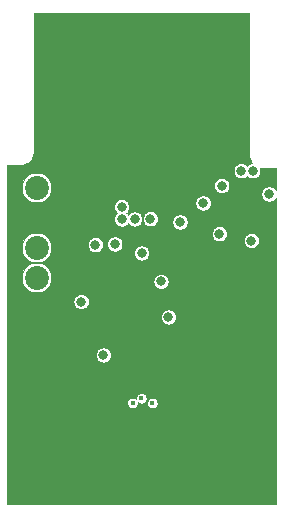
<source format=gbr>
%TF.GenerationSoftware,KiCad,Pcbnew,5.1.5-52549c5~84~ubuntu18.04.1*%
%TF.CreationDate,2020-03-03T14:54:20+01:00*%
%TF.ProjectId,HMC_RF_IPE,484d435f-5246-45f4-9950-452e6b696361,rev?*%
%TF.SameCoordinates,Original*%
%TF.FileFunction,Copper,L2,Inr*%
%TF.FilePolarity,Positive*%
%FSLAX46Y46*%
G04 Gerber Fmt 4.6, Leading zero omitted, Abs format (unit mm)*
G04 Created by KiCad (PCBNEW 5.1.5-52549c5~84~ubuntu18.04.1) date 2020-03-03 14:54:20*
%MOMM*%
%LPD*%
G04 APERTURE LIST*
%TA.AperFunction,ViaPad*%
%ADD10C,2.020000*%
%TD*%
%TA.AperFunction,ViaPad*%
%ADD11C,0.400000*%
%TD*%
%TA.AperFunction,ViaPad*%
%ADD12C,0.800000*%
%TD*%
%TA.AperFunction,Conductor*%
%ADD13C,0.100000*%
%TD*%
G04 APERTURE END LIST*
D10*
%TO.N,+5V*%
%TO.C,J1*%
X133513410Y-71773200D03*
%TO.N,GND*%
X133513410Y-74313200D03*
%TO.N,Net-(J1-Pad3)*%
X133513410Y-76853200D03*
%TO.N,Net-(J1-Pad4)*%
X133513410Y-79393200D03*
%TD*%
D11*
%TO.N,GND*%
X142383410Y-92253200D03*
D12*
X136853410Y-71583200D03*
D11*
X141033410Y-90753200D03*
D12*
X131798410Y-83848200D03*
X131853410Y-81338200D03*
X132948410Y-83848200D03*
X132953410Y-81368200D03*
X136163410Y-81348200D03*
X153055410Y-75939200D03*
D11*
X148099874Y-89843200D03*
X147118186Y-89843200D03*
X146136498Y-89843200D03*
X145333410Y-89823200D03*
X147939874Y-89213200D03*
X146958186Y-89213200D03*
X145976498Y-89213200D03*
X145173410Y-89193200D03*
X139259874Y-89793200D03*
X138278186Y-89793200D03*
X137296498Y-89793200D03*
X136493410Y-89773200D03*
X139789874Y-89203200D03*
X138808186Y-89203200D03*
X137826498Y-89203200D03*
X137023410Y-89183200D03*
X139799874Y-86943200D03*
X138818186Y-86943200D03*
X147839874Y-86863200D03*
X146858186Y-86863200D03*
X145876498Y-86863200D03*
X145073410Y-86843200D03*
X136106036Y-95023200D03*
X137057880Y-95023200D03*
X138009723Y-95023200D03*
X138961566Y-95023200D03*
X145636036Y-94943200D03*
X146587880Y-94943200D03*
X147539723Y-94943200D03*
X148491566Y-94943200D03*
X132336036Y-86123200D03*
X133287880Y-86123200D03*
X134239723Y-86123200D03*
X135191566Y-86123200D03*
X132196036Y-98273200D03*
X133147880Y-98273200D03*
X134099723Y-98273200D03*
X135051566Y-98273200D03*
X149786036Y-98273200D03*
X150737880Y-98273200D03*
X151689723Y-98273200D03*
X152641566Y-98273200D03*
X149836036Y-86173200D03*
X150787880Y-86173200D03*
X151739723Y-86173200D03*
X152691566Y-86173200D03*
X138752402Y-60523000D03*
X137921002Y-60523000D03*
X137089601Y-60523000D03*
X136258201Y-60523000D03*
X135426800Y-60523000D03*
X134595400Y-60523000D03*
X133764000Y-60523000D03*
X138742402Y-65563000D03*
X137911002Y-65563000D03*
X137079601Y-65563000D03*
X136248201Y-65563000D03*
X135416800Y-65563000D03*
X134585400Y-65563000D03*
X133754000Y-65563000D03*
X151202402Y-65643000D03*
X150371002Y-65643000D03*
X149539601Y-65643000D03*
X148708201Y-65643000D03*
X147876800Y-65643000D03*
X147045400Y-65643000D03*
X146214000Y-65643000D03*
X151212402Y-60403000D03*
X150381002Y-60403000D03*
X149549601Y-60403000D03*
X148718201Y-60403000D03*
X147886800Y-60403000D03*
X147055400Y-60403000D03*
X146224000Y-60403000D03*
X143773410Y-93483200D03*
X141023410Y-93483200D03*
X144813410Y-91223200D03*
X144813410Y-90523200D03*
X143783410Y-90753200D03*
X151506624Y-94935200D03*
X153470000Y-94935200D03*
X149543249Y-94935200D03*
X151536624Y-89779200D03*
X153500000Y-89779200D03*
X149573249Y-89779200D03*
X133280506Y-94965200D03*
X131376820Y-94965200D03*
X135184193Y-94965200D03*
X133240506Y-89779200D03*
X131336820Y-89779200D03*
X135144193Y-89779200D03*
X144733410Y-94933200D03*
X139913410Y-94973200D03*
X142387410Y-95497200D03*
X140863410Y-95497200D03*
X141616811Y-95517200D03*
X143149410Y-95497200D03*
X143911410Y-95497200D03*
X143911410Y-94735200D03*
X140863410Y-94043200D03*
X141963410Y-92713200D03*
X142793410Y-92723200D03*
X142793410Y-91863200D03*
X141973410Y-91873200D03*
X143149410Y-94735200D03*
X142387410Y-94735200D03*
X141616811Y-94755200D03*
X140863410Y-94735200D03*
X143923410Y-94053200D03*
X132328663Y-94203200D03*
X133280506Y-94203200D03*
X134232350Y-94203200D03*
X135184193Y-94203200D03*
X136136036Y-94203200D03*
X137087880Y-94203200D03*
X138039723Y-94203200D03*
X138991566Y-94203200D03*
X131376820Y-94203200D03*
X139943410Y-94203200D03*
X138961566Y-90543200D03*
X138009723Y-90543200D03*
X137057880Y-90543200D03*
X136106036Y-90543200D03*
X135154193Y-90543200D03*
X134202350Y-90543200D03*
X133250506Y-90543200D03*
X132298663Y-90543200D03*
X139913410Y-90543200D03*
X131346820Y-90543200D03*
X145616498Y-94173200D03*
X146598186Y-94173200D03*
X147579874Y-94173200D03*
X148561561Y-94173200D03*
X149543249Y-94173200D03*
X150524937Y-94173200D03*
X151506624Y-94173200D03*
X152488312Y-94173200D03*
X144744811Y-94193200D03*
X153470000Y-94173200D03*
X152488312Y-90543200D03*
X151506624Y-90543200D03*
X150524937Y-90543200D03*
X149543249Y-90543200D03*
X148561561Y-90543200D03*
X147579874Y-90543200D03*
X146598186Y-90543200D03*
X145616498Y-90543200D03*
X153470000Y-90543200D03*
X132328663Y-93503200D03*
X133280506Y-93503200D03*
X134232350Y-93503200D03*
X135184193Y-93503200D03*
X136136036Y-93503200D03*
X137087880Y-93503200D03*
X138039723Y-93503200D03*
X138991566Y-93503200D03*
X131376820Y-93503200D03*
X138961566Y-91243200D03*
X138009723Y-91243200D03*
X137057880Y-91243200D03*
X136106036Y-91243200D03*
X135154193Y-91243200D03*
X134202350Y-91243200D03*
X133250506Y-91243200D03*
X132298663Y-91243200D03*
X139913410Y-91243200D03*
X131346820Y-91243200D03*
X145616498Y-93473200D03*
X146598186Y-93473200D03*
X147579874Y-93473200D03*
X148561561Y-93473200D03*
X149543249Y-93473200D03*
X150524937Y-93473200D03*
X151506624Y-93473200D03*
X152488312Y-93473200D03*
X144744811Y-93493200D03*
X139943410Y-93503200D03*
X153470000Y-93473200D03*
X152488312Y-91243200D03*
X151506624Y-91243200D03*
X150524937Y-91243200D03*
X149543249Y-91243200D03*
X148561561Y-91243200D03*
X147579874Y-91243200D03*
X146598186Y-91243200D03*
X145616498Y-91243200D03*
X153470000Y-91243200D03*
X134585400Y-64893000D03*
X135416800Y-64893000D03*
X136248201Y-64893000D03*
X137079601Y-64893000D03*
X137911002Y-64893000D03*
X138742402Y-64893000D03*
X139573803Y-64893000D03*
X140405203Y-64893000D03*
X141236604Y-64893000D03*
X142068004Y-64893000D03*
X142899405Y-64893000D03*
X143730805Y-64893000D03*
X144562206Y-64893000D03*
X145393606Y-64893000D03*
X146225007Y-64893000D03*
X147056407Y-64893000D03*
X147887808Y-64893000D03*
X148719208Y-64893000D03*
X149550609Y-64893000D03*
X150382009Y-64893000D03*
X133754000Y-64893000D03*
X151213410Y-64893000D03*
X150382009Y-61203000D03*
X149550609Y-61203000D03*
X148719208Y-61203000D03*
X147887808Y-61203000D03*
X147056407Y-61203000D03*
X146225007Y-61203000D03*
X145393606Y-61203000D03*
X144562206Y-61203000D03*
X143730805Y-61203000D03*
X142899405Y-61203000D03*
X142068004Y-61203000D03*
X141236604Y-61203000D03*
X140405203Y-61203000D03*
X139573803Y-61203000D03*
X138742402Y-61203000D03*
X137911002Y-61203000D03*
X137079601Y-61203000D03*
X136248201Y-61203000D03*
X135416800Y-61203000D03*
X134585400Y-61203000D03*
X151213410Y-61203000D03*
X133754000Y-61203000D03*
X134585400Y-64193000D03*
X135416800Y-64193000D03*
X136248201Y-64193000D03*
X137079601Y-64193000D03*
X137911002Y-64193000D03*
X138742402Y-64193000D03*
X139573803Y-64193000D03*
X140405203Y-64193000D03*
X141236604Y-64193000D03*
X142068004Y-64193000D03*
X142899405Y-64193000D03*
X143730805Y-64193000D03*
X147056407Y-64193000D03*
X147887808Y-64193000D03*
X148719208Y-64193000D03*
X149550609Y-64193000D03*
X150382009Y-64193000D03*
X133754000Y-64193000D03*
X151213410Y-64193000D03*
X150382009Y-61903000D03*
X149550609Y-61903000D03*
X148719208Y-61903000D03*
X147887808Y-61903000D03*
X147056407Y-61903000D03*
X146225007Y-61903000D03*
X145393606Y-61903000D03*
X144562206Y-61903000D03*
X143730805Y-61903000D03*
X142899405Y-61903000D03*
X142068004Y-61903000D03*
X141236604Y-61903000D03*
X140405203Y-61903000D03*
X139573803Y-61903000D03*
X138742402Y-61903000D03*
X137911002Y-61903000D03*
X137079601Y-61903000D03*
X136248201Y-61903000D03*
X135416800Y-61903000D03*
X134585400Y-61903000D03*
X151213410Y-61903000D03*
X133754000Y-61903000D03*
X137836498Y-86943200D03*
X137033410Y-86923200D03*
D12*
X150515410Y-75685200D03*
X152963410Y-78930700D03*
X152963410Y-80768200D03*
X152963410Y-82605700D03*
X152963410Y-84443200D03*
X144163410Y-80853200D03*
X131683410Y-76843200D03*
X131673410Y-78163200D03*
X131623410Y-79773200D03*
X133583410Y-69903200D03*
X131873410Y-70383200D03*
X135103410Y-72623200D03*
X135143410Y-73773200D03*
X131783410Y-72603200D03*
X131753410Y-74873200D03*
X135303410Y-71233200D03*
X139273410Y-74333200D03*
X135021410Y-75177200D03*
X144673410Y-77717200D03*
X142641410Y-75939200D03*
D11*
X144562206Y-64193000D03*
X145393606Y-64193000D03*
X146225007Y-64193000D03*
D12*
%TO.N,VSS*%
X151703410Y-76263200D03*
%TO.N,Net-(C10-Pad1)*%
X138493410Y-76613200D03*
%TO.N,Net-(J1-Pad4)*%
X144053410Y-79723200D03*
%TO.N,Net-(J1-Pad3)*%
X142413410Y-77323200D03*
%TO.N,Net-(R2-Pad2)*%
X139173410Y-85948200D03*
%TO.N,Net-(R3-Pad2)*%
X148991410Y-75685200D03*
D11*
%TO.N,/Control/I*%
X142393410Y-89613200D03*
D12*
%TO.N,Net-(C11-Pad1)*%
X137293410Y-81433200D03*
X144683410Y-82740199D03*
%TO.N,Net-(C13-Pad1)*%
X140143410Y-76543200D03*
D11*
%TO.N,Net-(C14-Pad1)*%
X141643410Y-90003200D03*
D12*
%TO.N,GNDS*%
X141819410Y-74433200D03*
X150848410Y-70348200D03*
X151823410Y-70348200D03*
X143149410Y-74415200D03*
X140723410Y-73399200D03*
X140733410Y-74433200D03*
X149193410Y-71613200D03*
X145663410Y-74683200D03*
X153198410Y-72323200D03*
X147623410Y-73073200D03*
D11*
%TO.N,Net-(C17-Pad1)*%
X143323410Y-90023200D03*
%TD*%
D13*
%TO.N,GND*%
G36*
X151416467Y-57001563D02*
G01*
X151418005Y-57002029D01*
X151424422Y-57002661D01*
X151434009Y-57005457D01*
X151436566Y-57006436D01*
X151436672Y-57006523D01*
X151445304Y-57011137D01*
X151445831Y-57011779D01*
X151451450Y-57016390D01*
X151451981Y-57016935D01*
X151455295Y-57020870D01*
X151456058Y-57022044D01*
X151462476Y-57032236D01*
X151463190Y-57033546D01*
X151463359Y-57033924D01*
X151463442Y-57034196D01*
X151463581Y-57035605D01*
X151466282Y-57044509D01*
X151467410Y-57053533D01*
X151467411Y-68865692D01*
X151467376Y-68873294D01*
X151467986Y-68879822D01*
X151467887Y-68886380D01*
X151468075Y-68888465D01*
X151489177Y-69106037D01*
X151491803Y-69119374D01*
X151494244Y-69132751D01*
X151494833Y-69134761D01*
X151557792Y-69344089D01*
X151562964Y-69356675D01*
X151567952Y-69369310D01*
X151568920Y-69371167D01*
X151671340Y-69564281D01*
X151678849Y-69575609D01*
X151686204Y-69587048D01*
X151687514Y-69588682D01*
X151776642Y-69698200D01*
X151759391Y-69698200D01*
X151633812Y-69723179D01*
X151515520Y-69772178D01*
X151409059Y-69843312D01*
X151335910Y-69916461D01*
X151262761Y-69843312D01*
X151156300Y-69772178D01*
X151038008Y-69723179D01*
X150912429Y-69698200D01*
X150784391Y-69698200D01*
X150658812Y-69723179D01*
X150540520Y-69772178D01*
X150434059Y-69843312D01*
X150343522Y-69933849D01*
X150272388Y-70040310D01*
X150223389Y-70158602D01*
X150198410Y-70284181D01*
X150198410Y-70412219D01*
X150223389Y-70537798D01*
X150272388Y-70656090D01*
X150343522Y-70762551D01*
X150434059Y-70853088D01*
X150540520Y-70924222D01*
X150658812Y-70973221D01*
X150784391Y-70998200D01*
X150912429Y-70998200D01*
X151038008Y-70973221D01*
X151156300Y-70924222D01*
X151262761Y-70853088D01*
X151335910Y-70779939D01*
X151409059Y-70853088D01*
X151515520Y-70924222D01*
X151633812Y-70973221D01*
X151759391Y-70998200D01*
X151887429Y-70998200D01*
X152013008Y-70973221D01*
X152131300Y-70924222D01*
X152237761Y-70853088D01*
X152328298Y-70762551D01*
X152399432Y-70656090D01*
X152448431Y-70537798D01*
X152473410Y-70412219D01*
X152473410Y-70284181D01*
X152448431Y-70158602D01*
X152425186Y-70102485D01*
X152466531Y-70115331D01*
X152479859Y-70118081D01*
X152493122Y-70121012D01*
X152495203Y-70121248D01*
X152698458Y-70142827D01*
X152699001Y-70142992D01*
X152721045Y-70145163D01*
X153753410Y-70145195D01*
X153753410Y-71983848D01*
X153703298Y-71908849D01*
X153612761Y-71818312D01*
X153506300Y-71747178D01*
X153388008Y-71698179D01*
X153262429Y-71673200D01*
X153134391Y-71673200D01*
X153008812Y-71698179D01*
X152890520Y-71747178D01*
X152784059Y-71818312D01*
X152693522Y-71908849D01*
X152622388Y-72015310D01*
X152573389Y-72133602D01*
X152548410Y-72259181D01*
X152548410Y-72387219D01*
X152573389Y-72512798D01*
X152622388Y-72631090D01*
X152693522Y-72737551D01*
X152784059Y-72828088D01*
X152890520Y-72899222D01*
X153008812Y-72948221D01*
X153134391Y-72973200D01*
X153262429Y-72973200D01*
X153388008Y-72948221D01*
X153506300Y-72899222D01*
X153612761Y-72828088D01*
X153703298Y-72737551D01*
X153753410Y-72662552D01*
X153753411Y-98574200D01*
X131043410Y-98574200D01*
X131043410Y-89958879D01*
X141193410Y-89958879D01*
X141193410Y-90047521D01*
X141210704Y-90134460D01*
X141244625Y-90216355D01*
X141293872Y-90290058D01*
X141356552Y-90352738D01*
X141430255Y-90401985D01*
X141512150Y-90435906D01*
X141599089Y-90453200D01*
X141687731Y-90453200D01*
X141774670Y-90435906D01*
X141856565Y-90401985D01*
X141930268Y-90352738D01*
X141992948Y-90290058D01*
X142042195Y-90216355D01*
X142076116Y-90134460D01*
X142093410Y-90047521D01*
X142093410Y-89958879D01*
X142091105Y-89947291D01*
X142106552Y-89962738D01*
X142180255Y-90011985D01*
X142262150Y-90045906D01*
X142349089Y-90063200D01*
X142437731Y-90063200D01*
X142524670Y-90045906D01*
X142606565Y-90011985D01*
X142656111Y-89978879D01*
X142873410Y-89978879D01*
X142873410Y-90067521D01*
X142890704Y-90154460D01*
X142924625Y-90236355D01*
X142973872Y-90310058D01*
X143036552Y-90372738D01*
X143110255Y-90421985D01*
X143192150Y-90455906D01*
X143279089Y-90473200D01*
X143367731Y-90473200D01*
X143454670Y-90455906D01*
X143536565Y-90421985D01*
X143610268Y-90372738D01*
X143672948Y-90310058D01*
X143722195Y-90236355D01*
X143756116Y-90154460D01*
X143773410Y-90067521D01*
X143773410Y-89978879D01*
X143756116Y-89891940D01*
X143722195Y-89810045D01*
X143672948Y-89736342D01*
X143610268Y-89673662D01*
X143536565Y-89624415D01*
X143454670Y-89590494D01*
X143367731Y-89573200D01*
X143279089Y-89573200D01*
X143192150Y-89590494D01*
X143110255Y-89624415D01*
X143036552Y-89673662D01*
X142973872Y-89736342D01*
X142924625Y-89810045D01*
X142890704Y-89891940D01*
X142873410Y-89978879D01*
X142656111Y-89978879D01*
X142680268Y-89962738D01*
X142742948Y-89900058D01*
X142792195Y-89826355D01*
X142826116Y-89744460D01*
X142843410Y-89657521D01*
X142843410Y-89568879D01*
X142826116Y-89481940D01*
X142792195Y-89400045D01*
X142742948Y-89326342D01*
X142680268Y-89263662D01*
X142606565Y-89214415D01*
X142524670Y-89180494D01*
X142437731Y-89163200D01*
X142349089Y-89163200D01*
X142262150Y-89180494D01*
X142180255Y-89214415D01*
X142106552Y-89263662D01*
X142043872Y-89326342D01*
X141994625Y-89400045D01*
X141960704Y-89481940D01*
X141943410Y-89568879D01*
X141943410Y-89657521D01*
X141945715Y-89669109D01*
X141930268Y-89653662D01*
X141856565Y-89604415D01*
X141774670Y-89570494D01*
X141687731Y-89553200D01*
X141599089Y-89553200D01*
X141512150Y-89570494D01*
X141430255Y-89604415D01*
X141356552Y-89653662D01*
X141293872Y-89716342D01*
X141244625Y-89790045D01*
X141210704Y-89871940D01*
X141193410Y-89958879D01*
X131043410Y-89958879D01*
X131043410Y-85884181D01*
X138523410Y-85884181D01*
X138523410Y-86012219D01*
X138548389Y-86137798D01*
X138597388Y-86256090D01*
X138668522Y-86362551D01*
X138759059Y-86453088D01*
X138865520Y-86524222D01*
X138983812Y-86573221D01*
X139109391Y-86598200D01*
X139237429Y-86598200D01*
X139363008Y-86573221D01*
X139481300Y-86524222D01*
X139587761Y-86453088D01*
X139678298Y-86362551D01*
X139749432Y-86256090D01*
X139798431Y-86137798D01*
X139823410Y-86012219D01*
X139823410Y-85884181D01*
X139798431Y-85758602D01*
X139749432Y-85640310D01*
X139678298Y-85533849D01*
X139587761Y-85443312D01*
X139481300Y-85372178D01*
X139363008Y-85323179D01*
X139237429Y-85298200D01*
X139109391Y-85298200D01*
X138983812Y-85323179D01*
X138865520Y-85372178D01*
X138759059Y-85443312D01*
X138668522Y-85533849D01*
X138597388Y-85640310D01*
X138548389Y-85758602D01*
X138523410Y-85884181D01*
X131043410Y-85884181D01*
X131043410Y-82676180D01*
X144033410Y-82676180D01*
X144033410Y-82804218D01*
X144058389Y-82929797D01*
X144107388Y-83048089D01*
X144178522Y-83154550D01*
X144269059Y-83245087D01*
X144375520Y-83316221D01*
X144493812Y-83365220D01*
X144619391Y-83390199D01*
X144747429Y-83390199D01*
X144873008Y-83365220D01*
X144991300Y-83316221D01*
X145097761Y-83245087D01*
X145188298Y-83154550D01*
X145259432Y-83048089D01*
X145308431Y-82929797D01*
X145333410Y-82804218D01*
X145333410Y-82676180D01*
X145308431Y-82550601D01*
X145259432Y-82432309D01*
X145188298Y-82325848D01*
X145097761Y-82235311D01*
X144991300Y-82164177D01*
X144873008Y-82115178D01*
X144747429Y-82090199D01*
X144619391Y-82090199D01*
X144493812Y-82115178D01*
X144375520Y-82164177D01*
X144269059Y-82235311D01*
X144178522Y-82325848D01*
X144107388Y-82432309D01*
X144058389Y-82550601D01*
X144033410Y-82676180D01*
X131043410Y-82676180D01*
X131043410Y-81369181D01*
X136643410Y-81369181D01*
X136643410Y-81497219D01*
X136668389Y-81622798D01*
X136717388Y-81741090D01*
X136788522Y-81847551D01*
X136879059Y-81938088D01*
X136985520Y-82009222D01*
X137103812Y-82058221D01*
X137229391Y-82083200D01*
X137357429Y-82083200D01*
X137483008Y-82058221D01*
X137601300Y-82009222D01*
X137707761Y-81938088D01*
X137798298Y-81847551D01*
X137869432Y-81741090D01*
X137918431Y-81622798D01*
X137943410Y-81497219D01*
X137943410Y-81369181D01*
X137918431Y-81243602D01*
X137869432Y-81125310D01*
X137798298Y-81018849D01*
X137707761Y-80928312D01*
X137601300Y-80857178D01*
X137483008Y-80808179D01*
X137357429Y-80783200D01*
X137229391Y-80783200D01*
X137103812Y-80808179D01*
X136985520Y-80857178D01*
X136879059Y-80928312D01*
X136788522Y-81018849D01*
X136717388Y-81125310D01*
X136668389Y-81243602D01*
X136643410Y-81369181D01*
X131043410Y-81369181D01*
X131043410Y-79269101D01*
X132253410Y-79269101D01*
X132253410Y-79517299D01*
X132301831Y-79760729D01*
X132396812Y-79990034D01*
X132534704Y-80196403D01*
X132710207Y-80371906D01*
X132916576Y-80509798D01*
X133145881Y-80604779D01*
X133389311Y-80653200D01*
X133637509Y-80653200D01*
X133880939Y-80604779D01*
X134110244Y-80509798D01*
X134316613Y-80371906D01*
X134492116Y-80196403D01*
X134630008Y-79990034D01*
X134724989Y-79760729D01*
X134745188Y-79659181D01*
X143403410Y-79659181D01*
X143403410Y-79787219D01*
X143428389Y-79912798D01*
X143477388Y-80031090D01*
X143548522Y-80137551D01*
X143639059Y-80228088D01*
X143745520Y-80299222D01*
X143863812Y-80348221D01*
X143989391Y-80373200D01*
X144117429Y-80373200D01*
X144243008Y-80348221D01*
X144361300Y-80299222D01*
X144467761Y-80228088D01*
X144558298Y-80137551D01*
X144629432Y-80031090D01*
X144678431Y-79912798D01*
X144703410Y-79787219D01*
X144703410Y-79659181D01*
X144678431Y-79533602D01*
X144629432Y-79415310D01*
X144558298Y-79308849D01*
X144467761Y-79218312D01*
X144361300Y-79147178D01*
X144243008Y-79098179D01*
X144117429Y-79073200D01*
X143989391Y-79073200D01*
X143863812Y-79098179D01*
X143745520Y-79147178D01*
X143639059Y-79218312D01*
X143548522Y-79308849D01*
X143477388Y-79415310D01*
X143428389Y-79533602D01*
X143403410Y-79659181D01*
X134745188Y-79659181D01*
X134773410Y-79517299D01*
X134773410Y-79269101D01*
X134724989Y-79025671D01*
X134630008Y-78796366D01*
X134492116Y-78589997D01*
X134316613Y-78414494D01*
X134110244Y-78276602D01*
X133880939Y-78181621D01*
X133637509Y-78133200D01*
X133389311Y-78133200D01*
X133145881Y-78181621D01*
X132916576Y-78276602D01*
X132710207Y-78414494D01*
X132534704Y-78589997D01*
X132396812Y-78796366D01*
X132301831Y-79025671D01*
X132253410Y-79269101D01*
X131043410Y-79269101D01*
X131043410Y-76729101D01*
X132253410Y-76729101D01*
X132253410Y-76977299D01*
X132301831Y-77220729D01*
X132396812Y-77450034D01*
X132534704Y-77656403D01*
X132710207Y-77831906D01*
X132916576Y-77969798D01*
X133145881Y-78064779D01*
X133389311Y-78113200D01*
X133637509Y-78113200D01*
X133880939Y-78064779D01*
X134110244Y-77969798D01*
X134316613Y-77831906D01*
X134492116Y-77656403D01*
X134630008Y-77450034D01*
X134724989Y-77220729D01*
X134773410Y-76977299D01*
X134773410Y-76729101D01*
X134737622Y-76549181D01*
X137843410Y-76549181D01*
X137843410Y-76677219D01*
X137868389Y-76802798D01*
X137917388Y-76921090D01*
X137988522Y-77027551D01*
X138079059Y-77118088D01*
X138185520Y-77189222D01*
X138303812Y-77238221D01*
X138429391Y-77263200D01*
X138557429Y-77263200D01*
X138577634Y-77259181D01*
X141763410Y-77259181D01*
X141763410Y-77387219D01*
X141788389Y-77512798D01*
X141837388Y-77631090D01*
X141908522Y-77737551D01*
X141999059Y-77828088D01*
X142105520Y-77899222D01*
X142223812Y-77948221D01*
X142349391Y-77973200D01*
X142477429Y-77973200D01*
X142603008Y-77948221D01*
X142721300Y-77899222D01*
X142827761Y-77828088D01*
X142918298Y-77737551D01*
X142989432Y-77631090D01*
X143038431Y-77512798D01*
X143063410Y-77387219D01*
X143063410Y-77259181D01*
X143038431Y-77133602D01*
X142989432Y-77015310D01*
X142918298Y-76908849D01*
X142827761Y-76818312D01*
X142721300Y-76747178D01*
X142603008Y-76698179D01*
X142477429Y-76673200D01*
X142349391Y-76673200D01*
X142223812Y-76698179D01*
X142105520Y-76747178D01*
X141999059Y-76818312D01*
X141908522Y-76908849D01*
X141837388Y-77015310D01*
X141788389Y-77133602D01*
X141763410Y-77259181D01*
X138577634Y-77259181D01*
X138683008Y-77238221D01*
X138801300Y-77189222D01*
X138907761Y-77118088D01*
X138998298Y-77027551D01*
X139069432Y-76921090D01*
X139118431Y-76802798D01*
X139143410Y-76677219D01*
X139143410Y-76549181D01*
X139129487Y-76479181D01*
X139493410Y-76479181D01*
X139493410Y-76607219D01*
X139518389Y-76732798D01*
X139567388Y-76851090D01*
X139638522Y-76957551D01*
X139729059Y-77048088D01*
X139835520Y-77119222D01*
X139953812Y-77168221D01*
X140079391Y-77193200D01*
X140207429Y-77193200D01*
X140333008Y-77168221D01*
X140451300Y-77119222D01*
X140557761Y-77048088D01*
X140648298Y-76957551D01*
X140719432Y-76851090D01*
X140768431Y-76732798D01*
X140793410Y-76607219D01*
X140793410Y-76479181D01*
X140768431Y-76353602D01*
X140719432Y-76235310D01*
X140648298Y-76128849D01*
X140557761Y-76038312D01*
X140451300Y-75967178D01*
X140333008Y-75918179D01*
X140207429Y-75893200D01*
X140079391Y-75893200D01*
X139953812Y-75918179D01*
X139835520Y-75967178D01*
X139729059Y-76038312D01*
X139638522Y-76128849D01*
X139567388Y-76235310D01*
X139518389Y-76353602D01*
X139493410Y-76479181D01*
X139129487Y-76479181D01*
X139118431Y-76423602D01*
X139069432Y-76305310D01*
X138998298Y-76198849D01*
X138907761Y-76108312D01*
X138801300Y-76037178D01*
X138683008Y-75988179D01*
X138557429Y-75963200D01*
X138429391Y-75963200D01*
X138303812Y-75988179D01*
X138185520Y-76037178D01*
X138079059Y-76108312D01*
X137988522Y-76198849D01*
X137917388Y-76305310D01*
X137868389Y-76423602D01*
X137843410Y-76549181D01*
X134737622Y-76549181D01*
X134724989Y-76485671D01*
X134630008Y-76256366D01*
X134492116Y-76049997D01*
X134316613Y-75874494D01*
X134110244Y-75736602D01*
X133880939Y-75641621D01*
X133778180Y-75621181D01*
X148341410Y-75621181D01*
X148341410Y-75749219D01*
X148366389Y-75874798D01*
X148415388Y-75993090D01*
X148486522Y-76099551D01*
X148577059Y-76190088D01*
X148683520Y-76261222D01*
X148801812Y-76310221D01*
X148927391Y-76335200D01*
X149055429Y-76335200D01*
X149181008Y-76310221D01*
X149299300Y-76261222D01*
X149392152Y-76199181D01*
X151053410Y-76199181D01*
X151053410Y-76327219D01*
X151078389Y-76452798D01*
X151127388Y-76571090D01*
X151198522Y-76677551D01*
X151289059Y-76768088D01*
X151395520Y-76839222D01*
X151513812Y-76888221D01*
X151639391Y-76913200D01*
X151767429Y-76913200D01*
X151893008Y-76888221D01*
X152011300Y-76839222D01*
X152117761Y-76768088D01*
X152208298Y-76677551D01*
X152279432Y-76571090D01*
X152328431Y-76452798D01*
X152353410Y-76327219D01*
X152353410Y-76199181D01*
X152328431Y-76073602D01*
X152279432Y-75955310D01*
X152208298Y-75848849D01*
X152117761Y-75758312D01*
X152011300Y-75687178D01*
X151893008Y-75638179D01*
X151767429Y-75613200D01*
X151639391Y-75613200D01*
X151513812Y-75638179D01*
X151395520Y-75687178D01*
X151289059Y-75758312D01*
X151198522Y-75848849D01*
X151127388Y-75955310D01*
X151078389Y-76073602D01*
X151053410Y-76199181D01*
X149392152Y-76199181D01*
X149405761Y-76190088D01*
X149496298Y-76099551D01*
X149567432Y-75993090D01*
X149616431Y-75874798D01*
X149641410Y-75749219D01*
X149641410Y-75621181D01*
X149616431Y-75495602D01*
X149567432Y-75377310D01*
X149496298Y-75270849D01*
X149405761Y-75180312D01*
X149299300Y-75109178D01*
X149181008Y-75060179D01*
X149055429Y-75035200D01*
X148927391Y-75035200D01*
X148801812Y-75060179D01*
X148683520Y-75109178D01*
X148577059Y-75180312D01*
X148486522Y-75270849D01*
X148415388Y-75377310D01*
X148366389Y-75495602D01*
X148341410Y-75621181D01*
X133778180Y-75621181D01*
X133637509Y-75593200D01*
X133389311Y-75593200D01*
X133145881Y-75641621D01*
X132916576Y-75736602D01*
X132710207Y-75874494D01*
X132534704Y-76049997D01*
X132396812Y-76256366D01*
X132301831Y-76485671D01*
X132253410Y-76729101D01*
X131043410Y-76729101D01*
X131043410Y-73335181D01*
X140073410Y-73335181D01*
X140073410Y-73463219D01*
X140098389Y-73588798D01*
X140147388Y-73707090D01*
X140218522Y-73813551D01*
X140309059Y-73904088D01*
X140332186Y-73919541D01*
X140319059Y-73928312D01*
X140228522Y-74018849D01*
X140157388Y-74125310D01*
X140108389Y-74243602D01*
X140083410Y-74369181D01*
X140083410Y-74497219D01*
X140108389Y-74622798D01*
X140157388Y-74741090D01*
X140228522Y-74847551D01*
X140319059Y-74938088D01*
X140425520Y-75009222D01*
X140543812Y-75058221D01*
X140669391Y-75083200D01*
X140797429Y-75083200D01*
X140923008Y-75058221D01*
X141041300Y-75009222D01*
X141147761Y-74938088D01*
X141238298Y-74847551D01*
X141276410Y-74790512D01*
X141314522Y-74847551D01*
X141405059Y-74938088D01*
X141511520Y-75009222D01*
X141629812Y-75058221D01*
X141755391Y-75083200D01*
X141883429Y-75083200D01*
X142009008Y-75058221D01*
X142127300Y-75009222D01*
X142233761Y-74938088D01*
X142324298Y-74847551D01*
X142395432Y-74741090D01*
X142444431Y-74622798D01*
X142469410Y-74497219D01*
X142469410Y-74369181D01*
X142465830Y-74351181D01*
X142499410Y-74351181D01*
X142499410Y-74479219D01*
X142524389Y-74604798D01*
X142573388Y-74723090D01*
X142644522Y-74829551D01*
X142735059Y-74920088D01*
X142841520Y-74991222D01*
X142959812Y-75040221D01*
X143085391Y-75065200D01*
X143213429Y-75065200D01*
X143339008Y-75040221D01*
X143457300Y-74991222D01*
X143563761Y-74920088D01*
X143654298Y-74829551D01*
X143725432Y-74723090D01*
X143768473Y-74619181D01*
X145013410Y-74619181D01*
X145013410Y-74747219D01*
X145038389Y-74872798D01*
X145087388Y-74991090D01*
X145158522Y-75097551D01*
X145249059Y-75188088D01*
X145355520Y-75259222D01*
X145473812Y-75308221D01*
X145599391Y-75333200D01*
X145727429Y-75333200D01*
X145853008Y-75308221D01*
X145971300Y-75259222D01*
X146077761Y-75188088D01*
X146168298Y-75097551D01*
X146239432Y-74991090D01*
X146288431Y-74872798D01*
X146313410Y-74747219D01*
X146313410Y-74619181D01*
X146288431Y-74493602D01*
X146239432Y-74375310D01*
X146168298Y-74268849D01*
X146077761Y-74178312D01*
X145971300Y-74107178D01*
X145853008Y-74058179D01*
X145727429Y-74033200D01*
X145599391Y-74033200D01*
X145473812Y-74058179D01*
X145355520Y-74107178D01*
X145249059Y-74178312D01*
X145158522Y-74268849D01*
X145087388Y-74375310D01*
X145038389Y-74493602D01*
X145013410Y-74619181D01*
X143768473Y-74619181D01*
X143774431Y-74604798D01*
X143799410Y-74479219D01*
X143799410Y-74351181D01*
X143774431Y-74225602D01*
X143725432Y-74107310D01*
X143654298Y-74000849D01*
X143563761Y-73910312D01*
X143457300Y-73839178D01*
X143339008Y-73790179D01*
X143213429Y-73765200D01*
X143085391Y-73765200D01*
X142959812Y-73790179D01*
X142841520Y-73839178D01*
X142735059Y-73910312D01*
X142644522Y-74000849D01*
X142573388Y-74107310D01*
X142524389Y-74225602D01*
X142499410Y-74351181D01*
X142465830Y-74351181D01*
X142444431Y-74243602D01*
X142395432Y-74125310D01*
X142324298Y-74018849D01*
X142233761Y-73928312D01*
X142127300Y-73857178D01*
X142009008Y-73808179D01*
X141883429Y-73783200D01*
X141755391Y-73783200D01*
X141629812Y-73808179D01*
X141511520Y-73857178D01*
X141405059Y-73928312D01*
X141314522Y-74018849D01*
X141276410Y-74075888D01*
X141238298Y-74018849D01*
X141147761Y-73928312D01*
X141124634Y-73912859D01*
X141137761Y-73904088D01*
X141228298Y-73813551D01*
X141299432Y-73707090D01*
X141348431Y-73588798D01*
X141373410Y-73463219D01*
X141373410Y-73335181D01*
X141348431Y-73209602D01*
X141299432Y-73091310D01*
X141244556Y-73009181D01*
X146973410Y-73009181D01*
X146973410Y-73137219D01*
X146998389Y-73262798D01*
X147047388Y-73381090D01*
X147118522Y-73487551D01*
X147209059Y-73578088D01*
X147315520Y-73649222D01*
X147433812Y-73698221D01*
X147559391Y-73723200D01*
X147687429Y-73723200D01*
X147813008Y-73698221D01*
X147931300Y-73649222D01*
X148037761Y-73578088D01*
X148128298Y-73487551D01*
X148199432Y-73381090D01*
X148248431Y-73262798D01*
X148273410Y-73137219D01*
X148273410Y-73009181D01*
X148248431Y-72883602D01*
X148199432Y-72765310D01*
X148128298Y-72658849D01*
X148037761Y-72568312D01*
X147931300Y-72497178D01*
X147813008Y-72448179D01*
X147687429Y-72423200D01*
X147559391Y-72423200D01*
X147433812Y-72448179D01*
X147315520Y-72497178D01*
X147209059Y-72568312D01*
X147118522Y-72658849D01*
X147047388Y-72765310D01*
X146998389Y-72883602D01*
X146973410Y-73009181D01*
X141244556Y-73009181D01*
X141228298Y-72984849D01*
X141137761Y-72894312D01*
X141031300Y-72823178D01*
X140913008Y-72774179D01*
X140787429Y-72749200D01*
X140659391Y-72749200D01*
X140533812Y-72774179D01*
X140415520Y-72823178D01*
X140309059Y-72894312D01*
X140218522Y-72984849D01*
X140147388Y-73091310D01*
X140098389Y-73209602D01*
X140073410Y-73335181D01*
X131043410Y-73335181D01*
X131043410Y-71649101D01*
X132253410Y-71649101D01*
X132253410Y-71897299D01*
X132301831Y-72140729D01*
X132396812Y-72370034D01*
X132534704Y-72576403D01*
X132710207Y-72751906D01*
X132916576Y-72889798D01*
X133145881Y-72984779D01*
X133389311Y-73033200D01*
X133637509Y-73033200D01*
X133880939Y-72984779D01*
X134110244Y-72889798D01*
X134316613Y-72751906D01*
X134492116Y-72576403D01*
X134630008Y-72370034D01*
X134724989Y-72140729D01*
X134773410Y-71897299D01*
X134773410Y-71649101D01*
X134753535Y-71549181D01*
X148543410Y-71549181D01*
X148543410Y-71677219D01*
X148568389Y-71802798D01*
X148617388Y-71921090D01*
X148688522Y-72027551D01*
X148779059Y-72118088D01*
X148885520Y-72189222D01*
X149003812Y-72238221D01*
X149129391Y-72263200D01*
X149257429Y-72263200D01*
X149383008Y-72238221D01*
X149501300Y-72189222D01*
X149607761Y-72118088D01*
X149698298Y-72027551D01*
X149769432Y-71921090D01*
X149818431Y-71802798D01*
X149843410Y-71677219D01*
X149843410Y-71549181D01*
X149818431Y-71423602D01*
X149769432Y-71305310D01*
X149698298Y-71198849D01*
X149607761Y-71108312D01*
X149501300Y-71037178D01*
X149383008Y-70988179D01*
X149257429Y-70963200D01*
X149129391Y-70963200D01*
X149003812Y-70988179D01*
X148885520Y-71037178D01*
X148779059Y-71108312D01*
X148688522Y-71198849D01*
X148617388Y-71305310D01*
X148568389Y-71423602D01*
X148543410Y-71549181D01*
X134753535Y-71549181D01*
X134724989Y-71405671D01*
X134630008Y-71176366D01*
X134492116Y-70969997D01*
X134316613Y-70794494D01*
X134110244Y-70656602D01*
X133880939Y-70561621D01*
X133637509Y-70513200D01*
X133389311Y-70513200D01*
X133145881Y-70561621D01*
X132916576Y-70656602D01*
X132710207Y-70794494D01*
X132534704Y-70969997D01*
X132396812Y-71176366D01*
X132301831Y-71405671D01*
X132253410Y-71649101D01*
X131043410Y-71649101D01*
X131043410Y-69887195D01*
X132049992Y-69887163D01*
X132057540Y-69887198D01*
X132064068Y-69886588D01*
X132070626Y-69886687D01*
X132072711Y-69886499D01*
X132290283Y-69865397D01*
X132303620Y-69862771D01*
X132316997Y-69860330D01*
X132319007Y-69859741D01*
X132528335Y-69796782D01*
X132540921Y-69791610D01*
X132553556Y-69786622D01*
X132555413Y-69785654D01*
X132748527Y-69683234D01*
X132759855Y-69675725D01*
X132771294Y-69668370D01*
X132772928Y-69667060D01*
X132942471Y-69529082D01*
X132952168Y-69519472D01*
X132961917Y-69510077D01*
X132963265Y-69508475D01*
X133102779Y-69340193D01*
X133110416Y-69328896D01*
X133118163Y-69317774D01*
X133119174Y-69315940D01*
X133223344Y-69123766D01*
X133228635Y-69111217D01*
X133234081Y-69098786D01*
X133234717Y-69096791D01*
X133299577Y-68888043D01*
X133302327Y-68874715D01*
X133305258Y-68861452D01*
X133305494Y-68859371D01*
X133327073Y-68656115D01*
X133327239Y-68655569D01*
X133329410Y-68633525D01*
X133329410Y-57055164D01*
X133329772Y-57052143D01*
X133330239Y-57050605D01*
X133330871Y-57044188D01*
X133333667Y-57034601D01*
X133334646Y-57032044D01*
X133334733Y-57031938D01*
X133339347Y-57023306D01*
X133339989Y-57022779D01*
X133344602Y-57017158D01*
X133345141Y-57016632D01*
X133349073Y-57013321D01*
X133350247Y-57012557D01*
X133360489Y-57006110D01*
X133361750Y-57005423D01*
X133362139Y-57005249D01*
X133362406Y-57005168D01*
X133363815Y-57005029D01*
X133372719Y-57002328D01*
X133381743Y-57001200D01*
X151413446Y-57001200D01*
X151416467Y-57001563D01*
G37*
X151416467Y-57001563D02*
X151418005Y-57002029D01*
X151424422Y-57002661D01*
X151434009Y-57005457D01*
X151436566Y-57006436D01*
X151436672Y-57006523D01*
X151445304Y-57011137D01*
X151445831Y-57011779D01*
X151451450Y-57016390D01*
X151451981Y-57016935D01*
X151455295Y-57020870D01*
X151456058Y-57022044D01*
X151462476Y-57032236D01*
X151463190Y-57033546D01*
X151463359Y-57033924D01*
X151463442Y-57034196D01*
X151463581Y-57035605D01*
X151466282Y-57044509D01*
X151467410Y-57053533D01*
X151467411Y-68865692D01*
X151467376Y-68873294D01*
X151467986Y-68879822D01*
X151467887Y-68886380D01*
X151468075Y-68888465D01*
X151489177Y-69106037D01*
X151491803Y-69119374D01*
X151494244Y-69132751D01*
X151494833Y-69134761D01*
X151557792Y-69344089D01*
X151562964Y-69356675D01*
X151567952Y-69369310D01*
X151568920Y-69371167D01*
X151671340Y-69564281D01*
X151678849Y-69575609D01*
X151686204Y-69587048D01*
X151687514Y-69588682D01*
X151776642Y-69698200D01*
X151759391Y-69698200D01*
X151633812Y-69723179D01*
X151515520Y-69772178D01*
X151409059Y-69843312D01*
X151335910Y-69916461D01*
X151262761Y-69843312D01*
X151156300Y-69772178D01*
X151038008Y-69723179D01*
X150912429Y-69698200D01*
X150784391Y-69698200D01*
X150658812Y-69723179D01*
X150540520Y-69772178D01*
X150434059Y-69843312D01*
X150343522Y-69933849D01*
X150272388Y-70040310D01*
X150223389Y-70158602D01*
X150198410Y-70284181D01*
X150198410Y-70412219D01*
X150223389Y-70537798D01*
X150272388Y-70656090D01*
X150343522Y-70762551D01*
X150434059Y-70853088D01*
X150540520Y-70924222D01*
X150658812Y-70973221D01*
X150784391Y-70998200D01*
X150912429Y-70998200D01*
X151038008Y-70973221D01*
X151156300Y-70924222D01*
X151262761Y-70853088D01*
X151335910Y-70779939D01*
X151409059Y-70853088D01*
X151515520Y-70924222D01*
X151633812Y-70973221D01*
X151759391Y-70998200D01*
X151887429Y-70998200D01*
X152013008Y-70973221D01*
X152131300Y-70924222D01*
X152237761Y-70853088D01*
X152328298Y-70762551D01*
X152399432Y-70656090D01*
X152448431Y-70537798D01*
X152473410Y-70412219D01*
X152473410Y-70284181D01*
X152448431Y-70158602D01*
X152425186Y-70102485D01*
X152466531Y-70115331D01*
X152479859Y-70118081D01*
X152493122Y-70121012D01*
X152495203Y-70121248D01*
X152698458Y-70142827D01*
X152699001Y-70142992D01*
X152721045Y-70145163D01*
X153753410Y-70145195D01*
X153753410Y-71983848D01*
X153703298Y-71908849D01*
X153612761Y-71818312D01*
X153506300Y-71747178D01*
X153388008Y-71698179D01*
X153262429Y-71673200D01*
X153134391Y-71673200D01*
X153008812Y-71698179D01*
X152890520Y-71747178D01*
X152784059Y-71818312D01*
X152693522Y-71908849D01*
X152622388Y-72015310D01*
X152573389Y-72133602D01*
X152548410Y-72259181D01*
X152548410Y-72387219D01*
X152573389Y-72512798D01*
X152622388Y-72631090D01*
X152693522Y-72737551D01*
X152784059Y-72828088D01*
X152890520Y-72899222D01*
X153008812Y-72948221D01*
X153134391Y-72973200D01*
X153262429Y-72973200D01*
X153388008Y-72948221D01*
X153506300Y-72899222D01*
X153612761Y-72828088D01*
X153703298Y-72737551D01*
X153753410Y-72662552D01*
X153753411Y-98574200D01*
X131043410Y-98574200D01*
X131043410Y-89958879D01*
X141193410Y-89958879D01*
X141193410Y-90047521D01*
X141210704Y-90134460D01*
X141244625Y-90216355D01*
X141293872Y-90290058D01*
X141356552Y-90352738D01*
X141430255Y-90401985D01*
X141512150Y-90435906D01*
X141599089Y-90453200D01*
X141687731Y-90453200D01*
X141774670Y-90435906D01*
X141856565Y-90401985D01*
X141930268Y-90352738D01*
X141992948Y-90290058D01*
X142042195Y-90216355D01*
X142076116Y-90134460D01*
X142093410Y-90047521D01*
X142093410Y-89958879D01*
X142091105Y-89947291D01*
X142106552Y-89962738D01*
X142180255Y-90011985D01*
X142262150Y-90045906D01*
X142349089Y-90063200D01*
X142437731Y-90063200D01*
X142524670Y-90045906D01*
X142606565Y-90011985D01*
X142656111Y-89978879D01*
X142873410Y-89978879D01*
X142873410Y-90067521D01*
X142890704Y-90154460D01*
X142924625Y-90236355D01*
X142973872Y-90310058D01*
X143036552Y-90372738D01*
X143110255Y-90421985D01*
X143192150Y-90455906D01*
X143279089Y-90473200D01*
X143367731Y-90473200D01*
X143454670Y-90455906D01*
X143536565Y-90421985D01*
X143610268Y-90372738D01*
X143672948Y-90310058D01*
X143722195Y-90236355D01*
X143756116Y-90154460D01*
X143773410Y-90067521D01*
X143773410Y-89978879D01*
X143756116Y-89891940D01*
X143722195Y-89810045D01*
X143672948Y-89736342D01*
X143610268Y-89673662D01*
X143536565Y-89624415D01*
X143454670Y-89590494D01*
X143367731Y-89573200D01*
X143279089Y-89573200D01*
X143192150Y-89590494D01*
X143110255Y-89624415D01*
X143036552Y-89673662D01*
X142973872Y-89736342D01*
X142924625Y-89810045D01*
X142890704Y-89891940D01*
X142873410Y-89978879D01*
X142656111Y-89978879D01*
X142680268Y-89962738D01*
X142742948Y-89900058D01*
X142792195Y-89826355D01*
X142826116Y-89744460D01*
X142843410Y-89657521D01*
X142843410Y-89568879D01*
X142826116Y-89481940D01*
X142792195Y-89400045D01*
X142742948Y-89326342D01*
X142680268Y-89263662D01*
X142606565Y-89214415D01*
X142524670Y-89180494D01*
X142437731Y-89163200D01*
X142349089Y-89163200D01*
X142262150Y-89180494D01*
X142180255Y-89214415D01*
X142106552Y-89263662D01*
X142043872Y-89326342D01*
X141994625Y-89400045D01*
X141960704Y-89481940D01*
X141943410Y-89568879D01*
X141943410Y-89657521D01*
X141945715Y-89669109D01*
X141930268Y-89653662D01*
X141856565Y-89604415D01*
X141774670Y-89570494D01*
X141687731Y-89553200D01*
X141599089Y-89553200D01*
X141512150Y-89570494D01*
X141430255Y-89604415D01*
X141356552Y-89653662D01*
X141293872Y-89716342D01*
X141244625Y-89790045D01*
X141210704Y-89871940D01*
X141193410Y-89958879D01*
X131043410Y-89958879D01*
X131043410Y-85884181D01*
X138523410Y-85884181D01*
X138523410Y-86012219D01*
X138548389Y-86137798D01*
X138597388Y-86256090D01*
X138668522Y-86362551D01*
X138759059Y-86453088D01*
X138865520Y-86524222D01*
X138983812Y-86573221D01*
X139109391Y-86598200D01*
X139237429Y-86598200D01*
X139363008Y-86573221D01*
X139481300Y-86524222D01*
X139587761Y-86453088D01*
X139678298Y-86362551D01*
X139749432Y-86256090D01*
X139798431Y-86137798D01*
X139823410Y-86012219D01*
X139823410Y-85884181D01*
X139798431Y-85758602D01*
X139749432Y-85640310D01*
X139678298Y-85533849D01*
X139587761Y-85443312D01*
X139481300Y-85372178D01*
X139363008Y-85323179D01*
X139237429Y-85298200D01*
X139109391Y-85298200D01*
X138983812Y-85323179D01*
X138865520Y-85372178D01*
X138759059Y-85443312D01*
X138668522Y-85533849D01*
X138597388Y-85640310D01*
X138548389Y-85758602D01*
X138523410Y-85884181D01*
X131043410Y-85884181D01*
X131043410Y-82676180D01*
X144033410Y-82676180D01*
X144033410Y-82804218D01*
X144058389Y-82929797D01*
X144107388Y-83048089D01*
X144178522Y-83154550D01*
X144269059Y-83245087D01*
X144375520Y-83316221D01*
X144493812Y-83365220D01*
X144619391Y-83390199D01*
X144747429Y-83390199D01*
X144873008Y-83365220D01*
X144991300Y-83316221D01*
X145097761Y-83245087D01*
X145188298Y-83154550D01*
X145259432Y-83048089D01*
X145308431Y-82929797D01*
X145333410Y-82804218D01*
X145333410Y-82676180D01*
X145308431Y-82550601D01*
X145259432Y-82432309D01*
X145188298Y-82325848D01*
X145097761Y-82235311D01*
X144991300Y-82164177D01*
X144873008Y-82115178D01*
X144747429Y-82090199D01*
X144619391Y-82090199D01*
X144493812Y-82115178D01*
X144375520Y-82164177D01*
X144269059Y-82235311D01*
X144178522Y-82325848D01*
X144107388Y-82432309D01*
X144058389Y-82550601D01*
X144033410Y-82676180D01*
X131043410Y-82676180D01*
X131043410Y-81369181D01*
X136643410Y-81369181D01*
X136643410Y-81497219D01*
X136668389Y-81622798D01*
X136717388Y-81741090D01*
X136788522Y-81847551D01*
X136879059Y-81938088D01*
X136985520Y-82009222D01*
X137103812Y-82058221D01*
X137229391Y-82083200D01*
X137357429Y-82083200D01*
X137483008Y-82058221D01*
X137601300Y-82009222D01*
X137707761Y-81938088D01*
X137798298Y-81847551D01*
X137869432Y-81741090D01*
X137918431Y-81622798D01*
X137943410Y-81497219D01*
X137943410Y-81369181D01*
X137918431Y-81243602D01*
X137869432Y-81125310D01*
X137798298Y-81018849D01*
X137707761Y-80928312D01*
X137601300Y-80857178D01*
X137483008Y-80808179D01*
X137357429Y-80783200D01*
X137229391Y-80783200D01*
X137103812Y-80808179D01*
X136985520Y-80857178D01*
X136879059Y-80928312D01*
X136788522Y-81018849D01*
X136717388Y-81125310D01*
X136668389Y-81243602D01*
X136643410Y-81369181D01*
X131043410Y-81369181D01*
X131043410Y-79269101D01*
X132253410Y-79269101D01*
X132253410Y-79517299D01*
X132301831Y-79760729D01*
X132396812Y-79990034D01*
X132534704Y-80196403D01*
X132710207Y-80371906D01*
X132916576Y-80509798D01*
X133145881Y-80604779D01*
X133389311Y-80653200D01*
X133637509Y-80653200D01*
X133880939Y-80604779D01*
X134110244Y-80509798D01*
X134316613Y-80371906D01*
X134492116Y-80196403D01*
X134630008Y-79990034D01*
X134724989Y-79760729D01*
X134745188Y-79659181D01*
X143403410Y-79659181D01*
X143403410Y-79787219D01*
X143428389Y-79912798D01*
X143477388Y-80031090D01*
X143548522Y-80137551D01*
X143639059Y-80228088D01*
X143745520Y-80299222D01*
X143863812Y-80348221D01*
X143989391Y-80373200D01*
X144117429Y-80373200D01*
X144243008Y-80348221D01*
X144361300Y-80299222D01*
X144467761Y-80228088D01*
X144558298Y-80137551D01*
X144629432Y-80031090D01*
X144678431Y-79912798D01*
X144703410Y-79787219D01*
X144703410Y-79659181D01*
X144678431Y-79533602D01*
X144629432Y-79415310D01*
X144558298Y-79308849D01*
X144467761Y-79218312D01*
X144361300Y-79147178D01*
X144243008Y-79098179D01*
X144117429Y-79073200D01*
X143989391Y-79073200D01*
X143863812Y-79098179D01*
X143745520Y-79147178D01*
X143639059Y-79218312D01*
X143548522Y-79308849D01*
X143477388Y-79415310D01*
X143428389Y-79533602D01*
X143403410Y-79659181D01*
X134745188Y-79659181D01*
X134773410Y-79517299D01*
X134773410Y-79269101D01*
X134724989Y-79025671D01*
X134630008Y-78796366D01*
X134492116Y-78589997D01*
X134316613Y-78414494D01*
X134110244Y-78276602D01*
X133880939Y-78181621D01*
X133637509Y-78133200D01*
X133389311Y-78133200D01*
X133145881Y-78181621D01*
X132916576Y-78276602D01*
X132710207Y-78414494D01*
X132534704Y-78589997D01*
X132396812Y-78796366D01*
X132301831Y-79025671D01*
X132253410Y-79269101D01*
X131043410Y-79269101D01*
X131043410Y-76729101D01*
X132253410Y-76729101D01*
X132253410Y-76977299D01*
X132301831Y-77220729D01*
X132396812Y-77450034D01*
X132534704Y-77656403D01*
X132710207Y-77831906D01*
X132916576Y-77969798D01*
X133145881Y-78064779D01*
X133389311Y-78113200D01*
X133637509Y-78113200D01*
X133880939Y-78064779D01*
X134110244Y-77969798D01*
X134316613Y-77831906D01*
X134492116Y-77656403D01*
X134630008Y-77450034D01*
X134724989Y-77220729D01*
X134773410Y-76977299D01*
X134773410Y-76729101D01*
X134737622Y-76549181D01*
X137843410Y-76549181D01*
X137843410Y-76677219D01*
X137868389Y-76802798D01*
X137917388Y-76921090D01*
X137988522Y-77027551D01*
X138079059Y-77118088D01*
X138185520Y-77189222D01*
X138303812Y-77238221D01*
X138429391Y-77263200D01*
X138557429Y-77263200D01*
X138577634Y-77259181D01*
X141763410Y-77259181D01*
X141763410Y-77387219D01*
X141788389Y-77512798D01*
X141837388Y-77631090D01*
X141908522Y-77737551D01*
X141999059Y-77828088D01*
X142105520Y-77899222D01*
X142223812Y-77948221D01*
X142349391Y-77973200D01*
X142477429Y-77973200D01*
X142603008Y-77948221D01*
X142721300Y-77899222D01*
X142827761Y-77828088D01*
X142918298Y-77737551D01*
X142989432Y-77631090D01*
X143038431Y-77512798D01*
X143063410Y-77387219D01*
X143063410Y-77259181D01*
X143038431Y-77133602D01*
X142989432Y-77015310D01*
X142918298Y-76908849D01*
X142827761Y-76818312D01*
X142721300Y-76747178D01*
X142603008Y-76698179D01*
X142477429Y-76673200D01*
X142349391Y-76673200D01*
X142223812Y-76698179D01*
X142105520Y-76747178D01*
X141999059Y-76818312D01*
X141908522Y-76908849D01*
X141837388Y-77015310D01*
X141788389Y-77133602D01*
X141763410Y-77259181D01*
X138577634Y-77259181D01*
X138683008Y-77238221D01*
X138801300Y-77189222D01*
X138907761Y-77118088D01*
X138998298Y-77027551D01*
X139069432Y-76921090D01*
X139118431Y-76802798D01*
X139143410Y-76677219D01*
X139143410Y-76549181D01*
X139129487Y-76479181D01*
X139493410Y-76479181D01*
X139493410Y-76607219D01*
X139518389Y-76732798D01*
X139567388Y-76851090D01*
X139638522Y-76957551D01*
X139729059Y-77048088D01*
X139835520Y-77119222D01*
X139953812Y-77168221D01*
X140079391Y-77193200D01*
X140207429Y-77193200D01*
X140333008Y-77168221D01*
X140451300Y-77119222D01*
X140557761Y-77048088D01*
X140648298Y-76957551D01*
X140719432Y-76851090D01*
X140768431Y-76732798D01*
X140793410Y-76607219D01*
X140793410Y-76479181D01*
X140768431Y-76353602D01*
X140719432Y-76235310D01*
X140648298Y-76128849D01*
X140557761Y-76038312D01*
X140451300Y-75967178D01*
X140333008Y-75918179D01*
X140207429Y-75893200D01*
X140079391Y-75893200D01*
X139953812Y-75918179D01*
X139835520Y-75967178D01*
X139729059Y-76038312D01*
X139638522Y-76128849D01*
X139567388Y-76235310D01*
X139518389Y-76353602D01*
X139493410Y-76479181D01*
X139129487Y-76479181D01*
X139118431Y-76423602D01*
X139069432Y-76305310D01*
X138998298Y-76198849D01*
X138907761Y-76108312D01*
X138801300Y-76037178D01*
X138683008Y-75988179D01*
X138557429Y-75963200D01*
X138429391Y-75963200D01*
X138303812Y-75988179D01*
X138185520Y-76037178D01*
X138079059Y-76108312D01*
X137988522Y-76198849D01*
X137917388Y-76305310D01*
X137868389Y-76423602D01*
X137843410Y-76549181D01*
X134737622Y-76549181D01*
X134724989Y-76485671D01*
X134630008Y-76256366D01*
X134492116Y-76049997D01*
X134316613Y-75874494D01*
X134110244Y-75736602D01*
X133880939Y-75641621D01*
X133778180Y-75621181D01*
X148341410Y-75621181D01*
X148341410Y-75749219D01*
X148366389Y-75874798D01*
X148415388Y-75993090D01*
X148486522Y-76099551D01*
X148577059Y-76190088D01*
X148683520Y-76261222D01*
X148801812Y-76310221D01*
X148927391Y-76335200D01*
X149055429Y-76335200D01*
X149181008Y-76310221D01*
X149299300Y-76261222D01*
X149392152Y-76199181D01*
X151053410Y-76199181D01*
X151053410Y-76327219D01*
X151078389Y-76452798D01*
X151127388Y-76571090D01*
X151198522Y-76677551D01*
X151289059Y-76768088D01*
X151395520Y-76839222D01*
X151513812Y-76888221D01*
X151639391Y-76913200D01*
X151767429Y-76913200D01*
X151893008Y-76888221D01*
X152011300Y-76839222D01*
X152117761Y-76768088D01*
X152208298Y-76677551D01*
X152279432Y-76571090D01*
X152328431Y-76452798D01*
X152353410Y-76327219D01*
X152353410Y-76199181D01*
X152328431Y-76073602D01*
X152279432Y-75955310D01*
X152208298Y-75848849D01*
X152117761Y-75758312D01*
X152011300Y-75687178D01*
X151893008Y-75638179D01*
X151767429Y-75613200D01*
X151639391Y-75613200D01*
X151513812Y-75638179D01*
X151395520Y-75687178D01*
X151289059Y-75758312D01*
X151198522Y-75848849D01*
X151127388Y-75955310D01*
X151078389Y-76073602D01*
X151053410Y-76199181D01*
X149392152Y-76199181D01*
X149405761Y-76190088D01*
X149496298Y-76099551D01*
X149567432Y-75993090D01*
X149616431Y-75874798D01*
X149641410Y-75749219D01*
X149641410Y-75621181D01*
X149616431Y-75495602D01*
X149567432Y-75377310D01*
X149496298Y-75270849D01*
X149405761Y-75180312D01*
X149299300Y-75109178D01*
X149181008Y-75060179D01*
X149055429Y-75035200D01*
X148927391Y-75035200D01*
X148801812Y-75060179D01*
X148683520Y-75109178D01*
X148577059Y-75180312D01*
X148486522Y-75270849D01*
X148415388Y-75377310D01*
X148366389Y-75495602D01*
X148341410Y-75621181D01*
X133778180Y-75621181D01*
X133637509Y-75593200D01*
X133389311Y-75593200D01*
X133145881Y-75641621D01*
X132916576Y-75736602D01*
X132710207Y-75874494D01*
X132534704Y-76049997D01*
X132396812Y-76256366D01*
X132301831Y-76485671D01*
X132253410Y-76729101D01*
X131043410Y-76729101D01*
X131043410Y-73335181D01*
X140073410Y-73335181D01*
X140073410Y-73463219D01*
X140098389Y-73588798D01*
X140147388Y-73707090D01*
X140218522Y-73813551D01*
X140309059Y-73904088D01*
X140332186Y-73919541D01*
X140319059Y-73928312D01*
X140228522Y-74018849D01*
X140157388Y-74125310D01*
X140108389Y-74243602D01*
X140083410Y-74369181D01*
X140083410Y-74497219D01*
X140108389Y-74622798D01*
X140157388Y-74741090D01*
X140228522Y-74847551D01*
X140319059Y-74938088D01*
X140425520Y-75009222D01*
X140543812Y-75058221D01*
X140669391Y-75083200D01*
X140797429Y-75083200D01*
X140923008Y-75058221D01*
X141041300Y-75009222D01*
X141147761Y-74938088D01*
X141238298Y-74847551D01*
X141276410Y-74790512D01*
X141314522Y-74847551D01*
X141405059Y-74938088D01*
X141511520Y-75009222D01*
X141629812Y-75058221D01*
X141755391Y-75083200D01*
X141883429Y-75083200D01*
X142009008Y-75058221D01*
X142127300Y-75009222D01*
X142233761Y-74938088D01*
X142324298Y-74847551D01*
X142395432Y-74741090D01*
X142444431Y-74622798D01*
X142469410Y-74497219D01*
X142469410Y-74369181D01*
X142465830Y-74351181D01*
X142499410Y-74351181D01*
X142499410Y-74479219D01*
X142524389Y-74604798D01*
X142573388Y-74723090D01*
X142644522Y-74829551D01*
X142735059Y-74920088D01*
X142841520Y-74991222D01*
X142959812Y-75040221D01*
X143085391Y-75065200D01*
X143213429Y-75065200D01*
X143339008Y-75040221D01*
X143457300Y-74991222D01*
X143563761Y-74920088D01*
X143654298Y-74829551D01*
X143725432Y-74723090D01*
X143768473Y-74619181D01*
X145013410Y-74619181D01*
X145013410Y-74747219D01*
X145038389Y-74872798D01*
X145087388Y-74991090D01*
X145158522Y-75097551D01*
X145249059Y-75188088D01*
X145355520Y-75259222D01*
X145473812Y-75308221D01*
X145599391Y-75333200D01*
X145727429Y-75333200D01*
X145853008Y-75308221D01*
X145971300Y-75259222D01*
X146077761Y-75188088D01*
X146168298Y-75097551D01*
X146239432Y-74991090D01*
X146288431Y-74872798D01*
X146313410Y-74747219D01*
X146313410Y-74619181D01*
X146288431Y-74493602D01*
X146239432Y-74375310D01*
X146168298Y-74268849D01*
X146077761Y-74178312D01*
X145971300Y-74107178D01*
X145853008Y-74058179D01*
X145727429Y-74033200D01*
X145599391Y-74033200D01*
X145473812Y-74058179D01*
X145355520Y-74107178D01*
X145249059Y-74178312D01*
X145158522Y-74268849D01*
X145087388Y-74375310D01*
X145038389Y-74493602D01*
X145013410Y-74619181D01*
X143768473Y-74619181D01*
X143774431Y-74604798D01*
X143799410Y-74479219D01*
X143799410Y-74351181D01*
X143774431Y-74225602D01*
X143725432Y-74107310D01*
X143654298Y-74000849D01*
X143563761Y-73910312D01*
X143457300Y-73839178D01*
X143339008Y-73790179D01*
X143213429Y-73765200D01*
X143085391Y-73765200D01*
X142959812Y-73790179D01*
X142841520Y-73839178D01*
X142735059Y-73910312D01*
X142644522Y-74000849D01*
X142573388Y-74107310D01*
X142524389Y-74225602D01*
X142499410Y-74351181D01*
X142465830Y-74351181D01*
X142444431Y-74243602D01*
X142395432Y-74125310D01*
X142324298Y-74018849D01*
X142233761Y-73928312D01*
X142127300Y-73857178D01*
X142009008Y-73808179D01*
X141883429Y-73783200D01*
X141755391Y-73783200D01*
X141629812Y-73808179D01*
X141511520Y-73857178D01*
X141405059Y-73928312D01*
X141314522Y-74018849D01*
X141276410Y-74075888D01*
X141238298Y-74018849D01*
X141147761Y-73928312D01*
X141124634Y-73912859D01*
X141137761Y-73904088D01*
X141228298Y-73813551D01*
X141299432Y-73707090D01*
X141348431Y-73588798D01*
X141373410Y-73463219D01*
X141373410Y-73335181D01*
X141348431Y-73209602D01*
X141299432Y-73091310D01*
X141244556Y-73009181D01*
X146973410Y-73009181D01*
X146973410Y-73137219D01*
X146998389Y-73262798D01*
X147047388Y-73381090D01*
X147118522Y-73487551D01*
X147209059Y-73578088D01*
X147315520Y-73649222D01*
X147433812Y-73698221D01*
X147559391Y-73723200D01*
X147687429Y-73723200D01*
X147813008Y-73698221D01*
X147931300Y-73649222D01*
X148037761Y-73578088D01*
X148128298Y-73487551D01*
X148199432Y-73381090D01*
X148248431Y-73262798D01*
X148273410Y-73137219D01*
X148273410Y-73009181D01*
X148248431Y-72883602D01*
X148199432Y-72765310D01*
X148128298Y-72658849D01*
X148037761Y-72568312D01*
X147931300Y-72497178D01*
X147813008Y-72448179D01*
X147687429Y-72423200D01*
X147559391Y-72423200D01*
X147433812Y-72448179D01*
X147315520Y-72497178D01*
X147209059Y-72568312D01*
X147118522Y-72658849D01*
X147047388Y-72765310D01*
X146998389Y-72883602D01*
X146973410Y-73009181D01*
X141244556Y-73009181D01*
X141228298Y-72984849D01*
X141137761Y-72894312D01*
X141031300Y-72823178D01*
X140913008Y-72774179D01*
X140787429Y-72749200D01*
X140659391Y-72749200D01*
X140533812Y-72774179D01*
X140415520Y-72823178D01*
X140309059Y-72894312D01*
X140218522Y-72984849D01*
X140147388Y-73091310D01*
X140098389Y-73209602D01*
X140073410Y-73335181D01*
X131043410Y-73335181D01*
X131043410Y-71649101D01*
X132253410Y-71649101D01*
X132253410Y-71897299D01*
X132301831Y-72140729D01*
X132396812Y-72370034D01*
X132534704Y-72576403D01*
X132710207Y-72751906D01*
X132916576Y-72889798D01*
X133145881Y-72984779D01*
X133389311Y-73033200D01*
X133637509Y-73033200D01*
X133880939Y-72984779D01*
X134110244Y-72889798D01*
X134316613Y-72751906D01*
X134492116Y-72576403D01*
X134630008Y-72370034D01*
X134724989Y-72140729D01*
X134773410Y-71897299D01*
X134773410Y-71649101D01*
X134753535Y-71549181D01*
X148543410Y-71549181D01*
X148543410Y-71677219D01*
X148568389Y-71802798D01*
X148617388Y-71921090D01*
X148688522Y-72027551D01*
X148779059Y-72118088D01*
X148885520Y-72189222D01*
X149003812Y-72238221D01*
X149129391Y-72263200D01*
X149257429Y-72263200D01*
X149383008Y-72238221D01*
X149501300Y-72189222D01*
X149607761Y-72118088D01*
X149698298Y-72027551D01*
X149769432Y-71921090D01*
X149818431Y-71802798D01*
X149843410Y-71677219D01*
X149843410Y-71549181D01*
X149818431Y-71423602D01*
X149769432Y-71305310D01*
X149698298Y-71198849D01*
X149607761Y-71108312D01*
X149501300Y-71037178D01*
X149383008Y-70988179D01*
X149257429Y-70963200D01*
X149129391Y-70963200D01*
X149003812Y-70988179D01*
X148885520Y-71037178D01*
X148779059Y-71108312D01*
X148688522Y-71198849D01*
X148617388Y-71305310D01*
X148568389Y-71423602D01*
X148543410Y-71549181D01*
X134753535Y-71549181D01*
X134724989Y-71405671D01*
X134630008Y-71176366D01*
X134492116Y-70969997D01*
X134316613Y-70794494D01*
X134110244Y-70656602D01*
X133880939Y-70561621D01*
X133637509Y-70513200D01*
X133389311Y-70513200D01*
X133145881Y-70561621D01*
X132916576Y-70656602D01*
X132710207Y-70794494D01*
X132534704Y-70969997D01*
X132396812Y-71176366D01*
X132301831Y-71405671D01*
X132253410Y-71649101D01*
X131043410Y-71649101D01*
X131043410Y-69887195D01*
X132049992Y-69887163D01*
X132057540Y-69887198D01*
X132064068Y-69886588D01*
X132070626Y-69886687D01*
X132072711Y-69886499D01*
X132290283Y-69865397D01*
X132303620Y-69862771D01*
X132316997Y-69860330D01*
X132319007Y-69859741D01*
X132528335Y-69796782D01*
X132540921Y-69791610D01*
X132553556Y-69786622D01*
X132555413Y-69785654D01*
X132748527Y-69683234D01*
X132759855Y-69675725D01*
X132771294Y-69668370D01*
X132772928Y-69667060D01*
X132942471Y-69529082D01*
X132952168Y-69519472D01*
X132961917Y-69510077D01*
X132963265Y-69508475D01*
X133102779Y-69340193D01*
X133110416Y-69328896D01*
X133118163Y-69317774D01*
X133119174Y-69315940D01*
X133223344Y-69123766D01*
X133228635Y-69111217D01*
X133234081Y-69098786D01*
X133234717Y-69096791D01*
X133299577Y-68888043D01*
X133302327Y-68874715D01*
X133305258Y-68861452D01*
X133305494Y-68859371D01*
X133327073Y-68656115D01*
X133327239Y-68655569D01*
X133329410Y-68633525D01*
X133329410Y-57055164D01*
X133329772Y-57052143D01*
X133330239Y-57050605D01*
X133330871Y-57044188D01*
X133333667Y-57034601D01*
X133334646Y-57032044D01*
X133334733Y-57031938D01*
X133339347Y-57023306D01*
X133339989Y-57022779D01*
X133344602Y-57017158D01*
X133345141Y-57016632D01*
X133349073Y-57013321D01*
X133350247Y-57012557D01*
X133360489Y-57006110D01*
X133361750Y-57005423D01*
X133362139Y-57005249D01*
X133362406Y-57005168D01*
X133363815Y-57005029D01*
X133372719Y-57002328D01*
X133381743Y-57001200D01*
X151413446Y-57001200D01*
X151416467Y-57001563D01*
%TD*%
M02*

</source>
